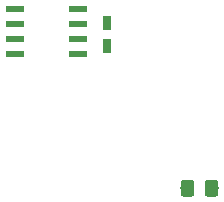
<source format=gbr>
G04 #@! TF.GenerationSoftware,KiCad,Pcbnew,(5.1.4-0-10_14)*
G04 #@! TF.CreationDate,2019-11-14T12:21:28+01:00*
G04 #@! TF.ProjectId,NANO IO,4e414e4f-2049-44f2-9e6b-696361645f70,-*
G04 #@! TF.SameCoordinates,Original*
G04 #@! TF.FileFunction,Paste,Top*
G04 #@! TF.FilePolarity,Positive*
%FSLAX46Y46*%
G04 Gerber Fmt 4.6, Leading zero omitted, Abs format (unit mm)*
G04 Created by KiCad (PCBNEW (5.1.4-0-10_14)) date 2019-11-14 12:21:28*
%MOMM*%
%LPD*%
G04 APERTURE LIST*
%ADD10R,0.750000X1.200000*%
%ADD11R,1.550000X0.600000*%
%ADD12C,0.100000*%
%ADD13C,1.150000*%
G04 APERTURE END LIST*
D10*
X141605000Y-73660000D03*
X141605000Y-75560000D03*
D11*
X133799600Y-72415400D03*
X133799600Y-73685400D03*
X133799600Y-74955400D03*
X133799600Y-76225400D03*
X139199600Y-76225400D03*
X139199600Y-74955400D03*
X139199600Y-73685400D03*
X139199600Y-72415400D03*
D12*
G36*
X148794505Y-86931204D02*
G01*
X148818773Y-86934804D01*
X148842572Y-86940765D01*
X148865671Y-86949030D01*
X148887850Y-86959520D01*
X148908893Y-86972132D01*
X148928599Y-86986747D01*
X148946777Y-87003223D01*
X148963253Y-87021401D01*
X148977868Y-87041107D01*
X148990480Y-87062150D01*
X149000970Y-87084329D01*
X149009235Y-87107428D01*
X149015196Y-87131227D01*
X149018796Y-87155495D01*
X149020000Y-87179999D01*
X149020000Y-88080001D01*
X149018796Y-88104505D01*
X149015196Y-88128773D01*
X149009235Y-88152572D01*
X149000970Y-88175671D01*
X148990480Y-88197850D01*
X148977868Y-88218893D01*
X148963253Y-88238599D01*
X148946777Y-88256777D01*
X148928599Y-88273253D01*
X148908893Y-88287868D01*
X148887850Y-88300480D01*
X148865671Y-88310970D01*
X148842572Y-88319235D01*
X148818773Y-88325196D01*
X148794505Y-88328796D01*
X148770001Y-88330000D01*
X148119999Y-88330000D01*
X148095495Y-88328796D01*
X148071227Y-88325196D01*
X148047428Y-88319235D01*
X148024329Y-88310970D01*
X148002150Y-88300480D01*
X147981107Y-88287868D01*
X147961401Y-88273253D01*
X147943223Y-88256777D01*
X147926747Y-88238599D01*
X147912132Y-88218893D01*
X147899520Y-88197850D01*
X147889030Y-88175671D01*
X147880765Y-88152572D01*
X147874804Y-88128773D01*
X147871204Y-88104505D01*
X147870000Y-88080001D01*
X147870000Y-87179999D01*
X147871204Y-87155495D01*
X147874804Y-87131227D01*
X147880765Y-87107428D01*
X147889030Y-87084329D01*
X147899520Y-87062150D01*
X147912132Y-87041107D01*
X147926747Y-87021401D01*
X147943223Y-87003223D01*
X147961401Y-86986747D01*
X147981107Y-86972132D01*
X148002150Y-86959520D01*
X148024329Y-86949030D01*
X148047428Y-86940765D01*
X148071227Y-86934804D01*
X148095495Y-86931204D01*
X148119999Y-86930000D01*
X148770001Y-86930000D01*
X148794505Y-86931204D01*
X148794505Y-86931204D01*
G37*
D13*
X148445000Y-87630000D03*
D12*
G36*
X150844505Y-86931204D02*
G01*
X150868773Y-86934804D01*
X150892572Y-86940765D01*
X150915671Y-86949030D01*
X150937850Y-86959520D01*
X150958893Y-86972132D01*
X150978599Y-86986747D01*
X150996777Y-87003223D01*
X151013253Y-87021401D01*
X151027868Y-87041107D01*
X151040480Y-87062150D01*
X151050970Y-87084329D01*
X151059235Y-87107428D01*
X151065196Y-87131227D01*
X151068796Y-87155495D01*
X151070000Y-87179999D01*
X151070000Y-88080001D01*
X151068796Y-88104505D01*
X151065196Y-88128773D01*
X151059235Y-88152572D01*
X151050970Y-88175671D01*
X151040480Y-88197850D01*
X151027868Y-88218893D01*
X151013253Y-88238599D01*
X150996777Y-88256777D01*
X150978599Y-88273253D01*
X150958893Y-88287868D01*
X150937850Y-88300480D01*
X150915671Y-88310970D01*
X150892572Y-88319235D01*
X150868773Y-88325196D01*
X150844505Y-88328796D01*
X150820001Y-88330000D01*
X150169999Y-88330000D01*
X150145495Y-88328796D01*
X150121227Y-88325196D01*
X150097428Y-88319235D01*
X150074329Y-88310970D01*
X150052150Y-88300480D01*
X150031107Y-88287868D01*
X150011401Y-88273253D01*
X149993223Y-88256777D01*
X149976747Y-88238599D01*
X149962132Y-88218893D01*
X149949520Y-88197850D01*
X149939030Y-88175671D01*
X149930765Y-88152572D01*
X149924804Y-88128773D01*
X149921204Y-88104505D01*
X149920000Y-88080001D01*
X149920000Y-87179999D01*
X149921204Y-87155495D01*
X149924804Y-87131227D01*
X149930765Y-87107428D01*
X149939030Y-87084329D01*
X149949520Y-87062150D01*
X149962132Y-87041107D01*
X149976747Y-87021401D01*
X149993223Y-87003223D01*
X150011401Y-86986747D01*
X150031107Y-86972132D01*
X150052150Y-86959520D01*
X150074329Y-86949030D01*
X150097428Y-86940765D01*
X150121227Y-86934804D01*
X150145495Y-86931204D01*
X150169999Y-86930000D01*
X150820001Y-86930000D01*
X150844505Y-86931204D01*
X150844505Y-86931204D01*
G37*
D13*
X150495000Y-87630000D03*
M02*

</source>
